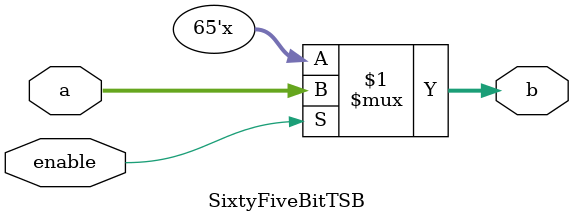
<source format=v>
module SixtyFiveBitTSB(a,b,enable);
	input [64:0] a;
	output [64:0] b;
	input enable;
	
	assign b = enable ? a : 65'bzzzzzzzzzzzzzzzzzzzzzzzzzzzzzzzzzzzzzzzzzzzzzzzzzzzzzzzzzzzzzzzzz;
endmodule 
</source>
